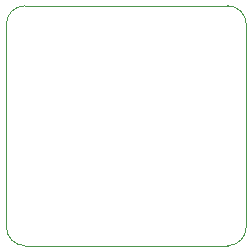
<source format=gbr>
%TF.GenerationSoftware,KiCad,Pcbnew,9.0.3*%
%TF.CreationDate,2025-09-11T11:03:10-04:00*%
%TF.ProjectId,14TSSOPBreakout,31345453-534f-4504-9272-65616b6f7574,rev?*%
%TF.SameCoordinates,Original*%
%TF.FileFunction,Profile,NP*%
%FSLAX46Y46*%
G04 Gerber Fmt 4.6, Leading zero omitted, Abs format (unit mm)*
G04 Created by KiCad (PCBNEW 9.0.3) date 2025-09-11 11:03:10*
%MOMM*%
%LPD*%
G01*
G04 APERTURE LIST*
%TA.AperFunction,Profile*%
%ADD10C,0.050000*%
%TD*%
G04 APERTURE END LIST*
D10*
X136207500Y-93980000D02*
G75*
G02*
X134620000Y-92392500I0J1587500D01*
G01*
X154940000Y-92392500D02*
G75*
G02*
X153352500Y-93980000I-1587500J0D01*
G01*
X134620000Y-75247500D02*
G75*
G02*
X136207500Y-73660000I1587500J0D01*
G01*
X153352500Y-73660000D02*
G75*
G02*
X154940000Y-75247500I0J-1587500D01*
G01*
X153352500Y-93980000D02*
X136207500Y-93980000D01*
X134620000Y-92392500D02*
X134620000Y-75247500D01*
X154940000Y-75247500D02*
X154940000Y-92392500D01*
X136207500Y-73660000D02*
X153352500Y-73660000D01*
M02*

</source>
